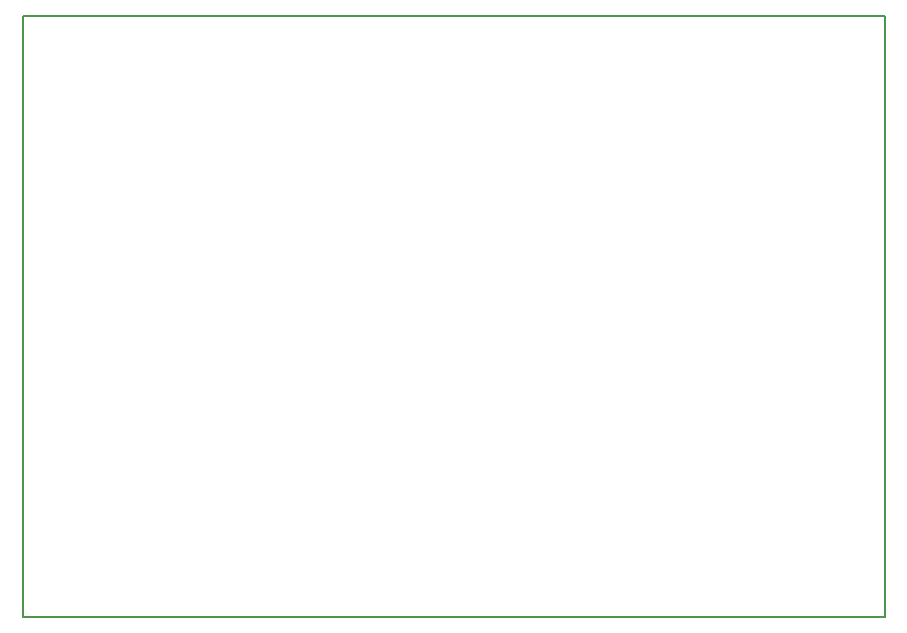
<source format=gm1>
G04 #@! TF.FileFunction,Profile,NP*
%FSLAX46Y46*%
G04 Gerber Fmt 4.6, Leading zero omitted, Abs format (unit mm)*
G04 Created by KiCad (PCBNEW 4.0.0-rc1-stable) date 26/07/2016 12:52:27*
%MOMM*%
G01*
G04 APERTURE LIST*
%ADD10C,0.100000*%
%ADD11C,0.150000*%
G04 APERTURE END LIST*
D10*
D11*
X92966000Y-118109000D02*
X93336000Y-118109000D01*
X20326000Y-118109000D02*
X92966000Y-118109000D01*
X93336000Y-118109000D02*
X93346000Y-118099000D01*
X93336000Y-67199000D02*
X93336000Y-118109000D01*
X20326000Y-67209000D02*
X20326000Y-118109000D01*
X20316000Y-67189000D02*
X93316000Y-67189000D01*
M02*

</source>
